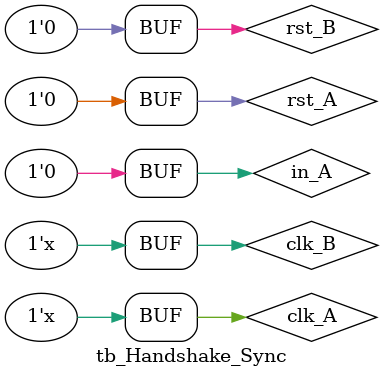
<source format=v>
/*~~~~~~~~~~~~~~~~~~~~~~~~~~~~~~~~~~~~~~~~~~~~~~~~~~~~~~~~~~~~~~~~~~~~~~~~~~~~~~~~~*/ 
/*~~~~~~~~~~~~~~~~~~~~~~~~~~~~~~~~~~~~~~~~~~~~~~~~~~~~~~~~~~~~~~~~~~~~~~~~~~~~~~~~~*/
/* Engineer:    Lqc                                                                 
/* Create Date: 2022/08/24                                                          
/* Module Name: tb_Handshake_Sync                                                      
/* Description: 握手同步器设计模块仿真                                                     
/* Command:                                                                        
/*
/*~~~~~~~~~~~~~~~~~~~~~~~~~~~~~~~~~~~~~~~~~~~~~~~~~~~~~~~~~~~~~~~~~~~~~~~~~~~~~~~~~*/
/*~~~~~~~~~~~~~~~~~~~~~~~~~~~~~~~~~~~~~~~~~~~~~~~~~~~~~~~~~~~~~~~~~~~~~~~~~~~~~~~~~*/

module tb_Handshake_Sync();
	reg        clk_A;
	reg        clk_B;
	reg        rst_A;
	reg        rst_B;
	reg        in_A;
	wire       out_B;
	wire       out_B_pulse;
	wire       busy;		

initial begin
	clk_A = 'd0;
	clk_B = 'd0;
	rst_A = 'd1;
	rst_B = 'd1;
	in_A  = 'd0;
	#20
	rst_A = 'd0;
	rst_B = 'd0;
	in_A  = 'd0;
	#50
	in_A  = 'd1;
	#10
	in_A  = 'd0;
	#100
	in_A  = 'd1;
	#20
	in_A  = 'd0;	
end

always #5 clk_A = ~clk_A;
always #10 clk_B = ~clk_B;

Handshake_Sync inst_Handshake_Sync(
	.clk_A       (clk_A),
	.clk_B       (clk_B),
	.rst_A       (rst_A),
	.rst_B       (rst_B),
	.in_A        (in_A),
	.out_B       (out_B),
	.out_B_pulse (out_B_pulse),
	.busy        (busy)
);

endmodule 
</source>
